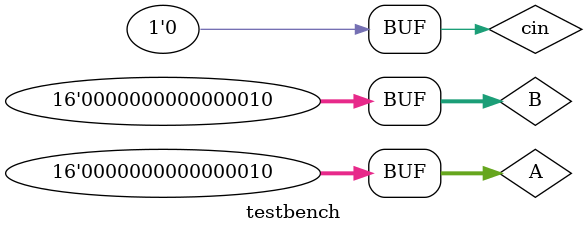
<source format=v>

module and2 (input wire i0, i1, output wire o);
  assign o = i0 & i1;
endmodule

module or2 (input wire i0, i1, output wire o);
  assign o = i0 | i1;
endmodule

module xor2 (input wire i0, i1, output wire o);
  assign o = i0 ^ i1;
endmodule
module singlesig(input wire A,B,output wire G,P); // for one byte only 
	xor2 Pi(A,B,P);
	and2 Gi(A,B,G);
endmodule

module sepsig(input wire[15:0]A,B,output wire[15:0]G,P); //instantiate for all 16 bits
	singlesig I0(A[0],B[0],G[0],P[0]);
	singlesig I1(A[1],B[1],G[1],P[1]);
	singlesig I2(A[2],B[2],G[2],P[2]);
	singlesig I3(A[3],B[3],G[3],P[3]);
	singlesig I4(A[4],B[4],G[4],P[4]);
	singlesig I5(A[5],B[5],G[5],P[5]);
	singlesig I6(A[6],B[6],G[6],P[6]);
	singlesig I7(A[7],B[7],G[7],P[7]);
	singlesig I8(A[8],B[8],G[8],P[8]);
	singlesig I9(A[9],B[9],G[9],P[9]);
	singlesig I10(A[10],B[10],G[10],P[10]);
	singlesig I11(A[11],B[11],G[11],P[11]);
	singlesig I12(A[12],B[12],G[12],P[12]);
	singlesig I13(A[13],B[13],G[13],P[13]);
	singlesig I14(A[14],B[14],G[14],P[14]);
	singlesig I15(A[15],B[15],G[15],P[15]);
//a=0110
//b=1010
//p=1100
//g=0010
endmodule

module blocksig(input wire gen1,gen2,prop1,prop2,output wire gbl,pbl);
	wire t;
	and2 Pij(prop1,prop2,pbl);
	and2 bl2(prop1,gen2,t);
	or2 Gij(gen1,t,gbl);
endmodule

module sumcalc(input wire P,cin, output wire S);
	xor2 sum(P,cin,S);
endmodule

module prefix(input wire[15:0]G,P,input wire cin,output wire[15:0]S,Gi,output wire cout);


	wire P0i,G0201,P0201,G0403,P0403,G0605,P0605,G0807,P0807,G1009,P1009,G1211,P1211,G1413,P1413,P01i,
	P02i,G0503,P0503,G0603,P0603,G0907,P0907,G1007,P1007,G1311,P1311,G1411,P1411,P03i,P04i,P05i,P06i,G1107,
	P1107,G1207,P1207,G1307,P1307,G1407,P1407,P07i,P08i,P09i,P10i,
	P11i,P12i,P13i,P14i,P15i;


	blocksig tree1(G[0],cin,P[0],1'b1,Gi[0],P0i);   //first byte of G and P;P0=p[0]
	blocksig tree2(G[2],G[1],P[2],P[1],G0201,P0201);   //P2:1 = P[2]*P[1]; G2:1= G[2] + G[1].P[2]
	blocksig tree3(G[4],G[3],P[4],P[3],G0403,P0403);  //P4:3=P[3]*P[4], G4:3=G[4]+G[3].P[4]
	blocksig tree4(G[6],G[5],P[6],P[5],G0605,P0605);  //P6:5=P[6]*P[5], G6:5=G[6]+G[5].P[6]
	blocksig tree5(G[8],G[7],P[8],P[7],G0807,P0807);  //P8:7=P[8]*P[7], G8:7=G[8]+G[7].P[8]
	blocksig tree6(G[10],G[9],P[10],P[9],G1009,P1009);  //P10:9=P[10]*P[9], G10:9=G[10]+G[9].P[10]
	blocksig tree7(G[12],G[11],P[12],P[11],G1211,P1211);  //P12:11=P[12]*P[11], G812:11=G[12]+G[11].P[12]
	blocksig tree8(G[14],G[13],P[14],P[13],G1413,P1413);  //P14:13=P[14]*P[13], G14:13=G[14]+G[13].P[14]
	blocksig tree9(G[1],Gi[0],P[1],P0i,Gi[1],P01i);  
	blocksig tree10(G0201,Gi[0],P0201,P0i,Gi[2],P02i);
	blocksig tree11(G[5],G0403,P[5],P0403,G0503,P0503);
	blocksig tree12(G0605,G0403,P0605,P0403,G0603,P0603);
	blocksig tree13(G[9],G0807,P[9],P0807,G0907,P0907);
	blocksig tree14(G1009,G0807,P1009,G0807,G1007,P1007);
	blocksig tree15(G[13],G1211,P[13],P1211,G1311,P1311);
	blocksig tree16(G1413,G1211,P1413,P1211,G1411,P1411);
	blocksig tree17(G[3],Gi[2],P[3],P02i,Gi[3],P03i);
	blocksig tree18(G0403,Gi[2],P0403,Gi[2],Gi[4],P04i);
	blocksig tree19(G0503,Gi[2],P0503,Gi[2],Gi[5],P05i);
	blocksig tree20(G0603,Gi[2],P0603,P02i,Gi[6],P06i);
	blocksig tree21(G[11],G1007,P[11],P1007,G1107,P1107);
	blocksig tree22(G1211,G1007,P1211,P1007,G1207,P1207);
	blocksig tree23(G1311,G1007,P1311,P1007,G1307,P1307);
	blocksig tree24(G1411,G1007,P1411,P1007,G1407,P1407);
	blocksig tree25(G[7],Gi[6],P[7],P06i,Gi[7],P07i);
	blocksig tree26(G0807,Gi[6],P0807,P06i,Gi[8],P08i);
	blocksig tree27(G0907,Gi[6],P0907,P06i,Gi[9],P09i);
	blocksig tree28(G1007,Gi[6],P1007,P06i,Gi[10],P10i);
	blocksig tree29(G1107,Gi[6],P1107,P06i,Gi[11],P11i);
	blocksig tree30(G1207,Gi[6],P1207,P06i,Gi[12],P12i);
	blocksig tree31(G1307,Gi[6],P1307,Gi[6],Gi[13],P13i);
	blocksig tree32(G1407,Gi[6],P1407,Gi[6],Gi[14],P14i);
	blocksig tree33(G[15],Gi[14],P[15],P14i,cout,P15i);
	sumcalc s0(P[0],cin,S[0]);
	sumcalc s1(P[1],Gi[0],S[1]);
	sumcalc s2(P[2],Gi[1],S[2]);
	sumcalc s3(P[3],Gi[2],S[3]);
	sumcalc s4(P[4],Gi[3],S[4]);
	sumcalc s5(P[5],Gi[4],S[5]);
	sumcalc s6(P[6],Gi[5],S[6]);
	sumcalc s7(P[7],Gi[6],S[7]);
	sumcalc s8(P[8],Gi[7],S[8]);
	sumcalc s9(P[9],Gi[8],S[9]);
	sumcalc s10(P[10],Gi[9],S[10]);
	sumcalc s11(P[11],Gi[10],S[11]);
	sumcalc s12(P[12],Gi[11],S[12]);
	sumcalc s13(P[13],Gi[12],S[13]);
	sumcalc s14(P[14],Gi[13],S[14]);
	sumcalc s15(P[15],Gi[14],S[15]);
endmodule




module testbench;
	reg [15:0]A,B;
	reg cin;
	wire [15:0]S,Gi;
	wire cout;
	prefix p(A,B,cin,S,Gi,cout);
	initial begin
		$dumpfile("miniproject.vcd");
		$dumpvars(0,testbench); end
	initial 
	begin
		A=16'b0000000000000010;
		B=16'b0000000000000010;
		cin=1'b0;
	end
	initial begin
		$monitor($time, "A=%b B=%b Cin=%b S=%b Cout=%b Gi=%b",A,B,cin,S,cout,Gi);
	end
endmodule

</source>
